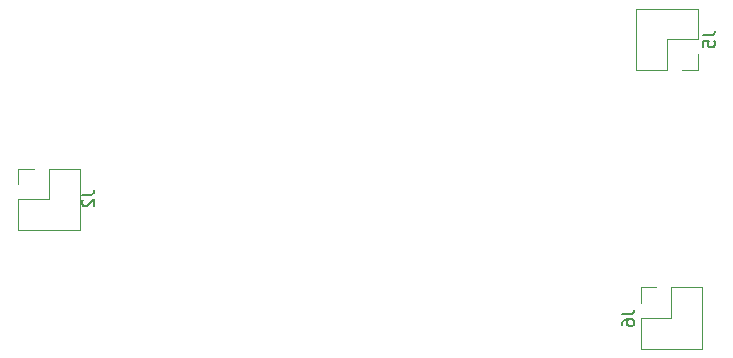
<source format=gbo>
G04 #@! TF.GenerationSoftware,KiCad,Pcbnew,(5.1.6)-1*
G04 #@! TF.CreationDate,2021-04-15T23:13:23+02:00*
G04 #@! TF.ProjectId,GateDriver,47617465-4472-4697-9665-722e6b696361,rev?*
G04 #@! TF.SameCoordinates,Original*
G04 #@! TF.FileFunction,Legend,Bot*
G04 #@! TF.FilePolarity,Positive*
%FSLAX46Y46*%
G04 Gerber Fmt 4.6, Leading zero omitted, Abs format (unit mm)*
G04 Created by KiCad (PCBNEW (5.1.6)-1) date 2021-04-15 23:13:23*
%MOMM*%
%LPD*%
G01*
G04 APERTURE LIST*
%ADD10C,0.120000*%
%ADD11C,0.150000*%
G04 APERTURE END LIST*
D10*
X108720000Y-75370000D02*
X108720000Y-76700000D01*
X110050000Y-75370000D02*
X108720000Y-75370000D01*
X108720000Y-77970000D02*
X108720000Y-80570000D01*
X111320000Y-77970000D02*
X108720000Y-77970000D01*
X111320000Y-75370000D02*
X111320000Y-77970000D01*
X108720000Y-80570000D02*
X113920000Y-80570000D01*
X111320000Y-75370000D02*
X113920000Y-75370000D01*
X113920000Y-75370000D02*
X113920000Y-80570000D01*
X113555000Y-56980000D02*
X113555000Y-55650000D01*
X112225000Y-56980000D02*
X113555000Y-56980000D01*
X113555000Y-54380000D02*
X113555000Y-51780000D01*
X110955000Y-54380000D02*
X113555000Y-54380000D01*
X110955000Y-56980000D02*
X110955000Y-54380000D01*
X113555000Y-51780000D02*
X108355000Y-51780000D01*
X110955000Y-56980000D02*
X108355000Y-56980000D01*
X108355000Y-56980000D02*
X108355000Y-51780000D01*
X56020000Y-65320000D02*
X56020000Y-66650000D01*
X57350000Y-65320000D02*
X56020000Y-65320000D01*
X56020000Y-67920000D02*
X56020000Y-70520000D01*
X58620000Y-67920000D02*
X56020000Y-67920000D01*
X58620000Y-65320000D02*
X58620000Y-67920000D01*
X56020000Y-70520000D02*
X61220000Y-70520000D01*
X58620000Y-65320000D02*
X61220000Y-65320000D01*
X61220000Y-65320000D02*
X61220000Y-70520000D01*
D11*
X107172380Y-77636666D02*
X107886666Y-77636666D01*
X108029523Y-77589047D01*
X108124761Y-77493809D01*
X108172380Y-77350952D01*
X108172380Y-77255714D01*
X107172380Y-78541428D02*
X107172380Y-78350952D01*
X107220000Y-78255714D01*
X107267619Y-78208095D01*
X107410476Y-78112857D01*
X107600952Y-78065238D01*
X107981904Y-78065238D01*
X108077142Y-78112857D01*
X108124761Y-78160476D01*
X108172380Y-78255714D01*
X108172380Y-78446190D01*
X108124761Y-78541428D01*
X108077142Y-78589047D01*
X107981904Y-78636666D01*
X107743809Y-78636666D01*
X107648571Y-78589047D01*
X107600952Y-78541428D01*
X107553333Y-78446190D01*
X107553333Y-78255714D01*
X107600952Y-78160476D01*
X107648571Y-78112857D01*
X107743809Y-78065238D01*
X114007380Y-54046666D02*
X114721666Y-54046666D01*
X114864523Y-53999047D01*
X114959761Y-53903809D01*
X115007380Y-53760952D01*
X115007380Y-53665714D01*
X114007380Y-54999047D02*
X114007380Y-54522857D01*
X114483571Y-54475238D01*
X114435952Y-54522857D01*
X114388333Y-54618095D01*
X114388333Y-54856190D01*
X114435952Y-54951428D01*
X114483571Y-54999047D01*
X114578809Y-55046666D01*
X114816904Y-55046666D01*
X114912142Y-54999047D01*
X114959761Y-54951428D01*
X115007380Y-54856190D01*
X115007380Y-54618095D01*
X114959761Y-54522857D01*
X114912142Y-54475238D01*
X61452380Y-67516666D02*
X62166666Y-67516666D01*
X62309523Y-67469047D01*
X62404761Y-67373809D01*
X62452380Y-67230952D01*
X62452380Y-67135714D01*
X61547619Y-67945238D02*
X61500000Y-67992857D01*
X61452380Y-68088095D01*
X61452380Y-68326190D01*
X61500000Y-68421428D01*
X61547619Y-68469047D01*
X61642857Y-68516666D01*
X61738095Y-68516666D01*
X61880952Y-68469047D01*
X62452380Y-67897619D01*
X62452380Y-68516666D01*
M02*

</source>
